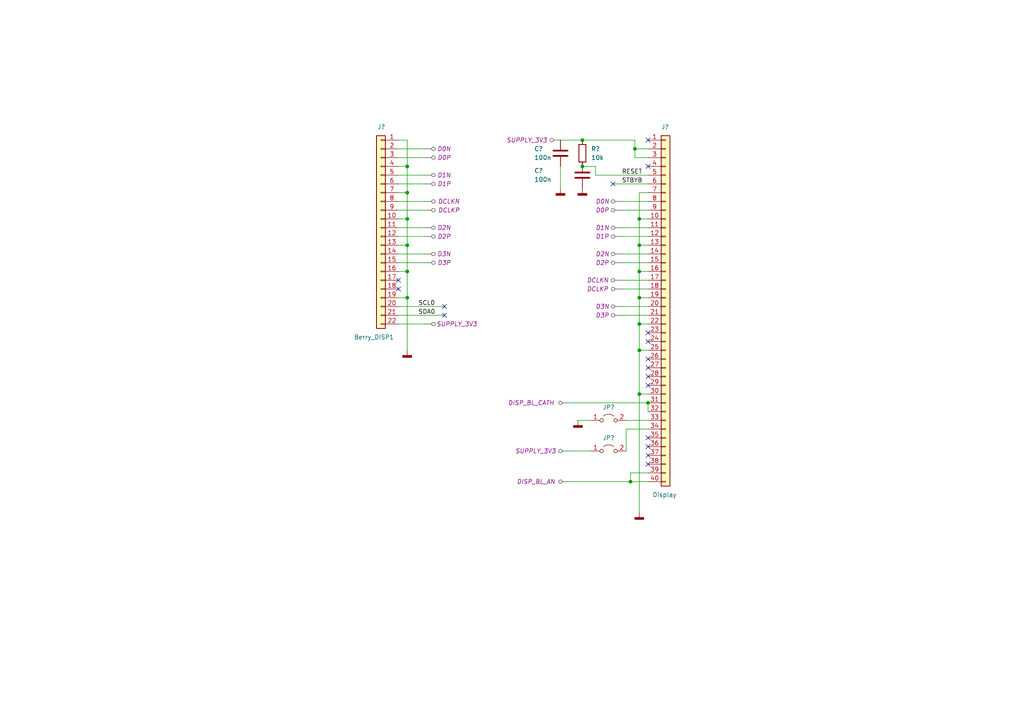
<source format=kicad_sch>
(kicad_sch (version 20230121) (generator eeschema)
  (paper "A4")
  (lib_symbols
    (symbol "Connector_Generic:Conn_01x22" (pin_names (offset 1.016) hide)
      (property "Reference" "J" (at 0 27.94 0))
      (property "Value" "Conn_01x22" (at 0 -30.48 0))
      (symbol "Conn_01x22_1_1"
        (rectangle (start -1.27 -27.813) (end 0 -28.067) (stroke (width 0.1524)))
        (rectangle (start -1.27 -25.273) (end 0 -25.527) (stroke (width 0.1524)))
        (rectangle (start -1.27 -22.733) (end 0 -22.987) (stroke (width 0.1524)))
        (rectangle (start -1.27 -20.193) (end 0 -20.447) (stroke (width 0.1524)))
        (rectangle (start -1.27 -17.653) (end 0 -17.907) (stroke (width 0.1524)))
        (rectangle (start -1.27 -15.113) (end 0 -15.367) (stroke (width 0.1524)))
        (rectangle (start -1.27 -12.573) (end 0 -12.827) (stroke (width 0.1524)))
        (rectangle (start -1.27 -10.033) (end 0 -10.287) (stroke (width 0.1524)))
        (rectangle (start -1.27 -7.493) (end 0 -7.747) (stroke (width 0.1524)))
        (rectangle (start -1.27 -4.953) (end 0 -5.207) (stroke (width 0.1524)))
        (rectangle (start -1.27 -2.413) (end 0 -2.667) (stroke (width 0.1524)))
        (rectangle (start -1.27 0.127) (end 0 -0.127) (stroke (width 0.1524)))
        (rectangle (start -1.27 2.667) (end 0 2.413) (stroke (width 0.1524)))
        (rectangle (start -1.27 5.207) (end 0 4.953) (stroke (width 0.1524)))
        (rectangle (start -1.27 7.747) (end 0 7.493) (stroke (width 0.1524)))
        (rectangle (start -1.27 10.287) (end 0 10.033) (stroke (width 0.1524)))
        (rectangle (start -1.27 12.827) (end 0 12.573) (stroke (width 0.1524)))
        (rectangle (start -1.27 15.367) (end 0 15.113) (stroke (width 0.1524)))
        (rectangle (start -1.27 17.907) (end 0 17.653) (stroke (width 0.1524)))
        (rectangle (start -1.27 20.447) (end 0 20.193) (stroke (width 0.1524)))
        (rectangle (start -1.27 22.987) (end 0 22.733) (stroke (width 0.1524)))
        (rectangle (start -1.27 25.527) (end 0 25.273) (stroke (width 0.1524)))
        (rectangle (start -1.27 26.67) (end 1.27 -29.21) (stroke (width 0.254)) (fill (type background)))
        (pin passive line (at -5.08 25.4 0) (length 3.81) (name "Pin_1") (number "1"))
        (pin passive line (at -5.08 2.54 0) (length 3.81) (name "Pin_10") (number "10"))
        (pin passive line (at -5.08 0 0) (length 3.81) (name "Pin_11") (number "11"))
        (pin passive line (at -5.08 -2.54 0) (length 3.81) (name "Pin_12") (number "12"))
        (pin passive line (at -5.08 -5.08 0) (length 3.81) (name "Pin_13") (number "13"))
        (pin passive line (at -5.08 -7.62 0) (length 3.81) (name "Pin_14") (number "14"))
        (pin passive line (at -5.08 -10.16 0) (length 3.81) (name "Pin_15") (number "15"))
        (pin passive line (at -5.08 -12.7 0) (length 3.81) (name "Pin_16") (number "16"))
        (pin passive line (at -5.08 -15.24 0) (length 3.81) (name "Pin_17") (number "17"))
        (pin passive line (at -5.08 -17.78 0) (length 3.81) (name "Pin_18") (number "18"))
        (pin passive line (at -5.08 -20.32 0) (length 3.81) (name "Pin_19") (number "19"))
        (pin passive line (at -5.08 22.86 0) (length 3.81) (name "Pin_2") (number "2"))
        (pin passive line (at -5.08 -22.86 0) (length 3.81) (name "Pin_20") (number "20"))
        (pin passive line (at -5.08 -25.4 0) (length 3.81) (name "Pin_21") (number "21"))
        (pin passive line (at -5.08 -27.94 0) (length 3.81) (name "Pin_22") (number "22"))
        (pin passive line (at -5.08 20.32 0) (length 3.81) (name "Pin_3") (number "3"))
        (pin passive line (at -5.08 17.78 0) (length 3.81) (name "Pin_4") (number "4"))
        (pin passive line (at -5.08 15.24 0) (length 3.81) (name "Pin_5") (number "5"))
        (pin passive line (at -5.08 12.7 0) (length 3.81) (name "Pin_6") (number "6"))
        (pin passive line (at -5.08 10.16 0) (length 3.81) (name "Pin_7") (number "7"))
        (pin passive line (at -5.08 7.62 0) (length 3.81) (name "Pin_8") (number "8"))
        (pin passive line (at -5.08 5.08 0) (length 3.81) (name "Pin_9") (number "9"))
      )
    )
    (symbol "Connector_Generic:Conn_01x40" (pin_names (offset 1.016) hide)
      (property "Reference" "J" (at 0 50.8 0))
      (property "Value" "Conn_01x40" (at 0 -53.34 0))
      (symbol "Conn_01x40_1_1"
        (rectangle (start -1.27 -50.673) (end 0 -50.927) (stroke (width 0.1524)))
        (rectangle (start -1.27 -48.133) (end 0 -48.387) (stroke (width 0.1524)))
        (rectangle (start -1.27 -45.593) (end 0 -45.847) (stroke (width 0.1524)))
        (rectangle (start -1.27 -43.053) (end 0 -43.307) (stroke (width 0.1524)))
        (rectangle (start -1.27 -40.513) (end 0 -40.767) (stroke (width 0.1524)))
        (rectangle (start -1.27 -37.973) (end 0 -38.227) (stroke (width 0.1524)))
        (rectangle (start -1.27 -35.433) (end 0 -35.687) (stroke (width 0.1524)))
        (rectangle (start -1.27 -32.893) (end 0 -33.147) (stroke (width 0.1524)))
        (rectangle (start -1.27 -30.353) (end 0 -30.607) (stroke (width 0.1524)))
        (rectangle (start -1.27 -27.813) (end 0 -28.067) (stroke (width 0.1524)))
        (rectangle (start -1.27 -25.273) (end 0 -25.527) (stroke (width 0.1524)))
        (rectangle (start -1.27 -22.733) (end 0 -22.987) (stroke (width 0.1524)))
        (rectangle (start -1.27 -20.193) (end 0 -20.447) (stroke (width 0.1524)))
        (rectangle (start -1.27 -17.653) (end 0 -17.907) (stroke (width 0.1524)))
        (rectangle (start -1.27 -15.113) (end 0 -15.367) (stroke (width 0.1524)))
        (rectangle (start -1.27 -12.573) (end 0 -12.827) (stroke (width 0.1524)))
        (rectangle (start -1.27 -10.033) (end 0 -10.287) (stroke (width 0.1524)))
        (rectangle (start -1.27 -7.493) (end 0 -7.747) (stroke (width 0.1524)))
        (rectangle (start -1.27 -4.953) (end 0 -5.207) (stroke (width 0.1524)))
        (rectangle (start -1.27 -2.413) (end 0 -2.667) (stroke (width 0.1524)))
        (rectangle (start -1.27 0.127) (end 0 -0.127) (stroke (width 0.1524)))
        (rectangle (start -1.27 2.667) (end 0 2.413) (stroke (width 0.1524)))
        (rectangle (start -1.27 5.207) (end 0 4.953) (stroke (width 0.1524)))
        (rectangle (start -1.27 7.747) (end 0 7.493) (stroke (width 0.1524)))
        (rectangle (start -1.27 10.287) (end 0 10.033) (stroke (width 0.1524)))
        (rectangle (start -1.27 12.827) (end 0 12.573) (stroke (width 0.1524)))
        (rectangle (start -1.27 15.367) (end 0 15.113) (stroke (width 0.1524)))
        (rectangle (start -1.27 17.907) (end 0 17.653) (stroke (width 0.1524)))
        (rectangle (start -1.27 20.447) (end 0 20.193) (stroke (width 0.1524)))
        (rectangle (start -1.27 22.987) (end 0 22.733) (stroke (width 0.1524)))
        (rectangle (start -1.27 25.527) (end 0 25.273) (stroke (width 0.1524)))
        (rectangle (start -1.27 28.067) (end 0 27.813) (stroke (width 0.1524)))
        (rectangle (start -1.27 30.607) (end 0 30.353) (stroke (width 0.1524)))
        (rectangle (start -1.27 33.147) (end 0 32.893) (stroke (width 0.1524)))
        (rectangle (start -1.27 35.687) (end 0 35.433) (stroke (width 0.1524)))
        (rectangle (start -1.27 38.227) (end 0 37.973) (stroke (width 0.1524)))
        (rectangle (start -1.27 40.767) (end 0 40.513) (stroke (width 0.1524)))
        (rectangle (start -1.27 43.307) (end 0 43.053) (stroke (width 0.1524)))
        (rectangle (start -1.27 45.847) (end 0 45.593) (stroke (width 0.1524)))
        (rectangle (start -1.27 48.387) (end 0 48.133) (stroke (width 0.1524)))
        (rectangle (start -1.27 49.53) (end 1.27 -52.07) (stroke (width 0.254)) (fill (type background)))
        (pin passive line (at -5.08 48.26 0) (length 3.81) (name "Pin_1") (number "1"))
        (pin passive line (at -5.08 25.4 0) (length 3.81) (name "Pin_10") (number "10"))
        (pin passive line (at -5.08 22.86 0) (length 3.81) (name "Pin_11") (number "11"))
        (pin passive line (at -5.08 20.32 0) (length 3.81) (name "Pin_12") (number "12"))
        (pin passive line (at -5.08 17.78 0) (length 3.81) (name "Pin_13") (number "13"))
        (pin passive line (at -5.08 15.24 0) (length 3.81) (name "Pin_14") (number "14"))
        (pin passive line (at -5.08 12.7 0) (length 3.81) (name "Pin_15") (number "15"))
        (pin passive line (at -5.08 10.16 0) (length 3.81) (name "Pin_16") (number "16"))
        (pin passive line (at -5.08 7.62 0) (length 3.81) (name "Pin_17") (number "17"))
        (pin passive line (at -5.08 5.08 0) (length 3.81) (name "Pin_18") (number "18"))
        (pin passive line (at -5.08 2.54 0) (length 3.81) (name "Pin_19") (number "19"))
        (pin passive line (at -5.08 45.72 0) (length 3.81) (name "Pin_2") (number "2"))
        (pin passive line (at -5.08 0 0) (length 3.81) (name "Pin_20") (number "20"))
        (pin passive line (at -5.08 -2.54 0) (length 3.81) (name "Pin_21") (number "21"))
        (pin passive line (at -5.08 -5.08 0) (length 3.81) (name "Pin_22") (number "22"))
        (pin passive line (at -5.08 -7.62 0) (length 3.81) (name "Pin_23") (number "23"))
        (pin passive line (at -5.08 -10.16 0) (length 3.81) (name "Pin_24") (number "24"))
        (pin passive line (at -5.08 -12.7 0) (length 3.81) (name "Pin_25") (number "25"))
        (pin passive line (at -5.08 -15.24 0) (length 3.81) (name "Pin_26") (number "26"))
        (pin passive line (at -5.08 -17.78 0) (length 3.81) (name "Pin_27") (number "27"))
        (pin passive line (at -5.08 -20.32 0) (length 3.81) (name "Pin_28") (number "28"))
        (pin passive line (at -5.08 -22.86 0) (length 3.81) (name "Pin_29") (number "29"))
        (pin passive line (at -5.08 43.18 0) (length 3.81) (name "Pin_3") (number "3"))
        (pin passive line (at -5.08 -25.4 0) (length 3.81) (name "Pin_30") (number "30"))
        (pin passive line (at -5.08 -27.94 0) (length 3.81) (name "Pin_31") (number "31"))
        (pin passive line (at -5.08 -30.48 0) (length 3.81) (name "Pin_32") (number "32"))
        (pin passive line (at -5.08 -33.02 0) (length 3.81) (name "Pin_33") (number "33"))
        (pin passive line (at -5.08 -35.56 0) (length 3.81) (name "Pin_34") (number "34"))
        (pin passive line (at -5.08 -38.1 0) (length 3.81) (name "Pin_35") (number "35"))
        (pin passive line (at -5.08 -40.64 0) (length 3.81) (name "Pin_36") (number "36"))
        (pin passive line (at -5.08 -43.18 0) (length 3.81) (name "Pin_37") (number "37"))
        (pin passive line (at -5.08 -45.72 0) (length 3.81) (name "Pin_38") (number "38"))
        (pin passive line (at -5.08 -48.26 0) (length 3.81) (name "Pin_39") (number "39"))
        (pin passive line (at -5.08 40.64 0) (length 3.81) (name "Pin_4") (number "4"))
        (pin passive line (at -5.08 -50.8 0) (length 3.81) (name "Pin_40") (number "40"))
        (pin passive line (at -5.08 38.1 0) (length 3.81) (name "Pin_5") (number "5"))
        (pin passive line (at -5.08 35.56 0) (length 3.81) (name "Pin_6") (number "6"))
        (pin passive line (at -5.08 33.02 0) (length 3.81) (name "Pin_7") (number "7"))
        (pin passive line (at -5.08 30.48 0) (length 3.81) (name "Pin_8") (number "8"))
        (pin passive line (at -5.08 27.94 0) (length 3.81) (name "Pin_9") (number "9"))
      )
    )
    (symbol "Device:C" (pin_numbers hide) (pin_names (offset 0.254))
      (property "Reference" "C" (at 0.635 2.54 0))
      (property "Value" "C" (at 0.635 -2.54 0))
      (symbol "C_0_1"
        (polyline (pts (xy -2.032 -0.762) (xy 2.032 -0.762)) (stroke (width 0.508)))
        (polyline (pts (xy -2.032 0.762) (xy 2.032 0.762)) (stroke (width 0.508)))
      )
      (symbol "C_1_1"
        (pin passive line (at 0 3.81 270) (length 2.794) (name "~") (number "1"))
        (pin passive line (at 0 -3.81 90) (length 2.794) (name "~") (number "2"))
      )
    )
    (symbol "Device:R" (pin_numbers hide) (pin_names (offset 0))
      (property "Reference" "R" (at 2.032 0 90))
      (property "Value" "R" (at 0 0 90))
      (symbol "R_0_1"
        (rectangle (start -1.016 -2.54) (end 1.016 2.54) (stroke (width 0.254)))
      )
      (symbol "R_1_1"
        (pin passive line (at 0 3.81 270) (length 1.27) (name "~") (number "1"))
        (pin passive line (at 0 -3.81 90) (length 1.27) (name "~") (number "2"))
      )
    )
    (symbol "Jumper:Jumper_2_Open" (pin_names (offset 0) hide)
      (property "Reference" "JP" (at 0 2.794 0))
      (property "Value" "Jumper_2_Open" (at 0 -2.286 0))
      (symbol "Jumper_2_Open_0_0"
        (circle (center -2.032 0) (radius 0.508))
        (circle (center 2.032 0) (radius 0.508))
      )
      (symbol "Jumper_2_Open_0_1"
        (arc (start 1.524 1.27) (mid 0 1.778) (end -1.524 1.27))
      )
      (symbol "Jumper_2_Open_1_1"
        (pin passive line (at -5.08 0 0) (length 2.54) (name "A") (number "1"))
        (pin passive line (at 5.08 0 180) (length 2.54) (name "B") (number "2"))
      )
    )
    (symbol "power:GNDD" (power) (pin_names (offset 0))
      (property "Value" "GNDD" (at 0 -3.175 0))
      (symbol "GNDD_0_1"
        (rectangle (start -1.27 -1.524) (end 1.27 -2.032) (stroke (width 0.254)) (fill (type outline)))
        (polyline (pts (xy 0 0) (xy 0 -1.524)))
      )
      (symbol "GNDD_1_1"
        (pin power_in line (at 0 0 270) (length 0) hide (name "GNDD") (number "1"))
      )
    )
  )
  (junction (at 185.42 63.5))
  (junction (at 118.11 55.88))
  (junction (at 185.42 86.36))
  (junction (at 168.91 48.26))
  (junction (at 118.11 63.5))
  (junction (at 185.42 101.6))
  (junction (at 182.88 139.7))
  (junction (at 118.11 78.74))
  (junction (at 185.42 93.98))
  (junction (at 185.42 114.3))
  (junction (at 187.96 116.84))
  (junction (at 184.15 43.18))
  (junction (at 118.11 71.12))
  (junction (at 118.11 86.36))
  (junction (at 168.91 40.64))
  (junction (at 185.42 78.74))
  (junction (at 185.42 71.12))
  (junction (at 118.11 48.26))
  (no_connect (at 187.96 127))
  (no_connect (at 187.96 134.62))
  (no_connect (at 115.57 83.82))
  (no_connect (at 177.8 53.34))
  (no_connect (at 187.96 40.64))
  (no_connect (at 187.96 109.22))
  (no_connect (at 187.96 106.68))
  (no_connect (at 115.57 81.28))
  (no_connect (at 187.96 99.06))
  (no_connect (at 187.96 132.08))
  (no_connect (at 187.96 111.76))
  (no_connect (at 187.96 104.14))
  (no_connect (at 128.905 88.9))
  (no_connect (at 187.96 48.26))
  (no_connect (at 187.96 129.54))
  (no_connect (at 187.96 96.52))
  (no_connect (at 128.905 91.44))
  (wire (pts (xy 172.72 50.8) (xy 172.72 48.26)))
  (wire (pts (xy 181.61 121.92) (xy 187.96 121.92)))
  (wire (pts (xy 177.8 53.34) (xy 187.96 53.34)))
  (wire (pts (xy 115.57 86.36) (xy 118.11 86.36)))
  (wire (pts (xy 185.42 63.5) (xy 187.96 63.5)))
  (wire (pts (xy 115.57 48.26) (xy 118.11 48.26)))
  (wire (pts (xy 165.1 116.84) (xy 187.96 116.84)))
  (wire (pts (xy 185.42 114.3) (xy 185.42 101.6)))
  (wire (pts (xy 123.19 43.18) (xy 115.57 43.18)))
  (wire (pts (xy 180.34 60.96) (xy 187.96 60.96)))
  (wire (pts (xy 185.42 93.98) (xy 187.96 93.98)))
  (wire (pts (xy 165.1 139.7) (xy 182.88 139.7)))
  (wire (pts (xy 180.34 66.04) (xy 187.96 66.04)))
  (wire (pts (xy 162.56 40.64) (xy 168.91 40.64)))
  (wire (pts (xy 184.15 43.18) (xy 187.96 43.18)))
  (wire (pts (xy 118.11 78.74) (xy 118.11 86.36)))
  (wire (pts (xy 185.42 101.6) (xy 185.42 93.98)))
  (wire (pts (xy 180.34 68.58) (xy 187.96 68.58)))
  (wire (pts (xy 123.19 66.04) (xy 115.57 66.04)))
  (wire (pts (xy 182.88 139.7) (xy 187.96 139.7)))
  (wire (pts (xy 123.19 73.66) (xy 115.57 73.66)))
  (wire (pts (xy 185.42 71.12) (xy 185.42 63.5)))
  (wire (pts (xy 182.88 139.7) (xy 182.88 137.16)))
  (wire (pts (xy 165.1 130.81) (xy 171.45 130.81)))
  (wire (pts (xy 118.11 63.5) (xy 118.11 71.12)))
  (wire (pts (xy 185.42 114.3) (xy 185.42 148.59)))
  (wire (pts (xy 184.15 43.18) (xy 184.15 45.72)))
  (wire (pts (xy 180.34 76.2) (xy 187.96 76.2)))
  (wire (pts (xy 185.42 86.36) (xy 187.96 86.36)))
  (wire (pts (xy 180.34 58.42) (xy 187.96 58.42)))
  (wire (pts (xy 118.11 40.64) (xy 118.11 48.26)))
  (wire (pts (xy 180.34 91.44) (xy 187.96 91.44)))
  (wire (pts (xy 115.57 78.74) (xy 118.11 78.74)))
  (wire (pts (xy 162.56 48.26) (xy 162.56 54.61)))
  (wire (pts (xy 118.11 71.12) (xy 118.11 78.74)))
  (wire (pts (xy 185.42 114.3) (xy 187.96 114.3)))
  (wire (pts (xy 185.42 78.74) (xy 185.42 71.12)))
  (wire (pts (xy 118.11 48.26) (xy 118.11 55.88)))
  (wire (pts (xy 118.11 55.88) (xy 118.11 63.5)))
  (wire (pts (xy 123.19 68.58) (xy 115.57 68.58)))
  (wire (pts (xy 185.42 78.74) (xy 187.96 78.74)))
  (wire (pts (xy 115.57 63.5) (xy 118.11 63.5)))
  (wire (pts (xy 182.88 137.16) (xy 187.96 137.16)))
  (wire (pts (xy 123.19 76.2) (xy 115.57 76.2)))
  (wire (pts (xy 180.34 73.66) (xy 187.96 73.66)))
  (wire (pts (xy 167.64 121.92) (xy 171.45 121.92)))
  (wire (pts (xy 181.61 130.81) (xy 181.61 124.46)))
  (wire (pts (xy 115.57 71.12) (xy 118.11 71.12)))
  (wire (pts (xy 187.96 116.84) (xy 187.96 119.38)))
  (wire (pts (xy 115.57 88.9) (xy 128.905 88.9)))
  (wire (pts (xy 123.19 45.72) (xy 115.57 45.72)))
  (wire (pts (xy 180.34 88.9) (xy 187.96 88.9)))
  (wire (pts (xy 180.34 83.82) (xy 187.96 83.82)))
  (wire (pts (xy 123.19 93.98) (xy 115.57 93.98)))
  (wire (pts (xy 184.15 45.72) (xy 187.96 45.72)))
  (wire (pts (xy 123.19 53.34) (xy 115.57 53.34)))
  (wire (pts (xy 123.19 58.42) (xy 115.57 58.42)))
  (wire (pts (xy 180.34 81.28) (xy 187.96 81.28)))
  (wire (pts (xy 185.42 93.98) (xy 185.42 86.36)))
  (wire (pts (xy 123.19 50.8) (xy 115.57 50.8)))
  (wire (pts (xy 184.15 40.64) (xy 184.15 43.18)))
  (wire (pts (xy 172.72 50.8) (xy 187.96 50.8)))
  (wire (pts (xy 168.91 40.64) (xy 184.15 40.64)))
  (wire (pts (xy 172.72 48.26) (xy 168.91 48.26)))
  (wire (pts (xy 115.57 55.88) (xy 118.11 55.88)))
  (wire (pts (xy 168.91 46.99) (xy 168.91 48.26)))
  (wire (pts (xy 115.57 40.64) (xy 118.11 40.64)))
  (wire (pts (xy 118.11 86.36) (xy 118.11 101.6)))
  (wire (pts (xy 181.61 124.46) (xy 187.96 124.46)))
  (wire (pts (xy 185.42 63.5) (xy 185.42 55.88)))
  (wire (pts (xy 185.42 55.88) (xy 187.96 55.88)))
  (wire (pts (xy 123.19 60.96) (xy 115.57 60.96)))
  (wire (pts (xy 128.905 91.44) (xy 115.57 91.44)))
  (wire (pts (xy 185.42 101.6) (xy 187.96 101.6)))
  (wire (pts (xy 185.42 86.36) (xy 185.42 78.74)))
  (wire (pts (xy 185.42 71.12) (xy 187.96 71.12)))
  (label "STBYB" (at 180.34 53.34 0))
  (label "SCL0" (at 121.285 88.9 0))
  (label "SDA0" (at 121.285 91.44 0))
  (label "RESET" (at 180.34 50.8 0))
  (netclass_flag "" (length 2.54) (shape round) (at 123.19 58.42 270) (property "Netclass" "DCLKN" (at 133.35 58.42 0) (effects (font italic) (justify right))))
  (netclass_flag "" (length 2.54) (shape round) (at 123.19 76.2 270) (property "Netclass" "D3P" (at 130.81 76.2 0) (effects (font italic) (justify right))))
  (netclass_flag "" (length 2.54) (shape round) (at 123.19 45.72 270) (property "Netclass" "D0P" (at 130.81 45.72 0) (effects (font italic) (justify right))))
  (netclass_flag "" (length 2.54) (shape round) (at 123.19 93.98 270) (property "Netclass" "SUPPLY_3V3" (at 138.43 93.98 0) (effects (font italic) (justify right))))
  (netclass_flag "" (length 2.54) (shape round) (at 123.19 68.58 270) (property "Netclass" "D2P" (at 130.81 68.58 0) (effects (font italic) (justify right))))
  (netclass_flag "" (length 2.54) (shape round) (at 165.1 130.81 90) (property "Netclass" "SUPPLY_3V3" (at 161.29 130.81 0) (effects (font italic) (justify right))))
  (netclass_flag "" (length 2.54) (shape round) (at 180.34 88.9 90) (property "Netclass" "D3N" (at 172.72 88.9 0) (effects (font italic) (justify left))))
  (netclass_flag "" (length 2.54) (shape round) (at 180.34 73.66 90) (property "Netclass" "D2N" (at 172.72 73.66 0) (effects (font italic) (justify left))))
  (netclass_flag "" (length 2.54) (shape round) (at 123.19 43.18 270) (property "Netclass" "D0N" (at 130.81 43.18 0) (effects (font italic) (justify right))))
  (netclass_flag "" (length 2.54) (shape round) (at 165.1 116.84 90) (property "Netclass" "DISP_BL_CATH" (at 147.32 116.84 0) (effects (font italic) (justify left))))
  (netclass_flag "" (length 2.54) (shape round) (at 180.34 60.96 90) (property "Netclass" "D0P" (at 172.72 60.96 0) (effects (font italic) (justify left))))
  (netclass_flag "" (length 2.54) (shape round) (at 123.19 60.96 270) (property "Netclass" "DCLKP" (at 133.35 60.96 0) (effects (font italic) (justify right))))
  (netclass_flag "" (length 2.54) (shape round) (at 180.34 81.28 90) (property "Netclass" "DCLKN" (at 170.18 81.28 0) (effects (font italic) (justify left))))
  (netclass_flag "" (length 2.54) (shape round) (at 180.34 66.04 90) (property "Netclass" "D1N" (at 172.72 66.04 0) (effects (font italic) (justify left))))
  (netclass_flag "" (length 2.54) (shape round) (at 180.34 68.58 90) (property "Netclass" "D1P" (at 172.72 68.58 0) (effects (font italic) (justify left))))
  (netclass_flag "" (length 2.54) (shape round) (at 165.1 139.7 90) (property "Netclass" "DISP_BL_AN" (at 149.86 139.7 0) (effects (font italic) (justify left))))
  (netclass_flag "" (length 2.54) (shape round) (at 123.19 50.8 270) (property "Netclass" "D1N" (at 130.81 50.8 0) (effects (font italic) (justify right))))
  (netclass_flag "" (length 2.54) (shape round) (at 180.34 91.44 90) (property "Netclass" "D3P" (at 172.72 91.44 0) (effects (font italic) (justify left))))
  (netclass_flag "" (length 2.54) (shape round) (at 180.34 76.2 90) (property "Netclass" "D2P" (at 172.72 76.2 0) (effects (font italic) (justify left))))
  (netclass_flag "" (length 2.54) (shape round) (at 162.56 40.64 90) (property "Netclass" "SUPPLY_3V3" (at 158.75 40.64 0) (effects (font italic) (justify right))))
  (netclass_flag "" (length 2.54) (shape round) (at 123.19 53.34 270) (property "Netclass" "D1P" (at 130.81 53.34 0) (effects (font italic) (justify right))))
  (netclass_flag "" (length 2.54) (shape round) (at 180.34 83.82 90) (property "Netclass" "DCLKP" (at 170.18 83.82 0) (effects (font italic) (justify left))))
  (netclass_flag "" (length 2.54) (shape round) (at 123.19 66.04 270) (property "Netclass" "D2N" (at 130.81 66.04 0) (effects (font italic) (justify right))))
  (netclass_flag "" (length 2.54) (shape round) (at 180.34 58.42 90) (property "Netclass" "D0N" (at 172.72 58.42 0) (effects (font italic) (justify left))))
  (netclass_flag "" (length 2.54) (shape round) (at 123.19 73.66 270) (property "Netclass" "D3N" (at 130.81 73.66 0) (effects (font italic) (justify right))))
  (symbol (lib_id "Connector_Generic:Conn_01x40") (at 193.04 88.9 0) (unit 1)
    (property "Reference" "J?" (at 191.77 36.83 0) (effects (justify left)))
    (property "Value" "Display" (at 189.23 143.51 0) (effects (justify left)))
    (instances (project "Shield" (path "" (reference "J?") (unit 1)) (path "" (reference "J15") (unit 1))))
  )
  (symbol (lib_id "power:GNDD") (at 185.42 148.59 0) (unit 1)
    (property "Reference" "#PWR?" (effects hide))
    (property "Value" "GNDD" (effects hide))
    (instances (project "Shield" (path "" (reference "#PWR?") (unit 1)) (path "" (reference "#PWR056") (unit 1))))
  )
  (symbol (lib_id "Device:C") (at 168.91 50.8 0) (unit 1)
    (property "Reference" "C?" (at 154.94 49.53 0) (effects (justify left)))
    (property "Value" "100n" (at 154.94 52.07 0) (effects (justify left)))
    (property "Footprint" "Capacitor_SMD:C_0805_2012Metric" (effects hide))
    (instances (project "Shield" (path "" (reference "C?") (unit 1)) (path "" (reference "C24") (unit 1))))
  )
  (symbol (lib_id "Device:C") (at 162.56 44.45 0) (unit 1)
    (property "Reference" "C?" (at 154.94 43.18 0) (effects (justify left)))
    (property "Value" "100n" (at 154.94 45.72 0) (effects (justify left)))
    (property "Footprint" "Capacitor_SMD:C_0805_2012Metric" (effects hide))
    (instances (project "Shield" (path "" (reference "C?") (unit 1)) (path "" (reference "C23") (unit 1))))
  )
  (symbol (lib_id "power:GNDD") (at 162.56 54.61 0) (unit 1)
    (property "Reference" "#PWR?" (effects hide))
    (property "Value" "GNDD" (effects hide))
    (instances (project "Shield" (path "" (reference "#PWR?") (unit 1)) (path "" (reference "#PWR052") (unit 1))))
  )
  (symbol (lib_id "Jumper:Jumper_2_Open") (at 176.53 121.92 0) (unit 1)
    (property "Reference" "JP?" (at 176.53 118.11 0))
    (property "Value" "Jumper_2_Open" (effects hide))
    (instances (project "Shield" (path "" (reference "JP?") (unit 1)) (path "" (reference "JP1") (unit 1))))
  )
  (symbol (lib_id "power:GNDD") (at 168.91 54.61 0) (unit 1)
    (property "Reference" "#PWR?" (effects hide))
    (property "Value" "GNDD" (effects hide))
    (instances (project "Shield" (path "" (reference "#PWR?") (unit 1)) (path "" (reference "#PWR053") (unit 1))))
  )
  (symbol (lib_id "power:GNDD") (at 118.11 101.6 0) (unit 1)
    (property "Reference" "#PWR?" (effects hide))
    (property "Value" "GNDD" (effects hide))
    (instances (project "Shield" (path "" (reference "#PWR?") (unit 1)) (path "" (reference "#PWR054") (unit 1))))
  )
  (symbol (lib_id "Device:R") (at 168.91 44.45 0) (unit 1)
    (property "Reference" "R?" (at 171.45 43.18 0) (effects (justify left)))
    (property "Value" "10k" (at 171.45 45.72 0) (effects (justify left)))
    (property "Footprint" "Resistor_SMD:R_0805_2012Metric" (effects hide))
    (instances (project "Shield" (path "" (reference "R?") (unit 1)) (path "" (reference "R14") (unit 1))))
  )
  (symbol (lib_id "Jumper:Jumper_2_Open") (at 176.53 130.81 0) (unit 1)
    (property "Reference" "JP?" (at 176.53 127 0))
    (property "Value" "Jumper_2_Open" (effects hide))
    (instances (project "Shield" (path "" (reference "JP?") (unit 1)) (path "" (reference "JP2") (unit 1))))
  )
  (symbol (lib_id "power:GNDD") (at 167.64 121.92 0) (unit 1)
    (property "Reference" "#PWR?" (effects hide))
    (property "Value" "GNDD" (effects hide))
    (instances (project "Shield" (path "" (reference "#PWR?") (unit 1)) (path "" (reference "#PWR055") (unit 1))))
  )
  (symbol (lib_id "Connector_Generic:Conn_01x22") (at 110.49 66.04 0) (mirror y) (unit 1)
    (property "Reference" "J?" (at 111.76 36.83 0) (effects (justify left)))
    (property "Value" "Berry_DISP1" (at 114.3 97.79 0) (effects (justify left)))
    (instances (project "Shield" (path "" (reference "J?") (unit 1)) (path "" (reference "J14") (unit 1))))
  )
)
</source>
